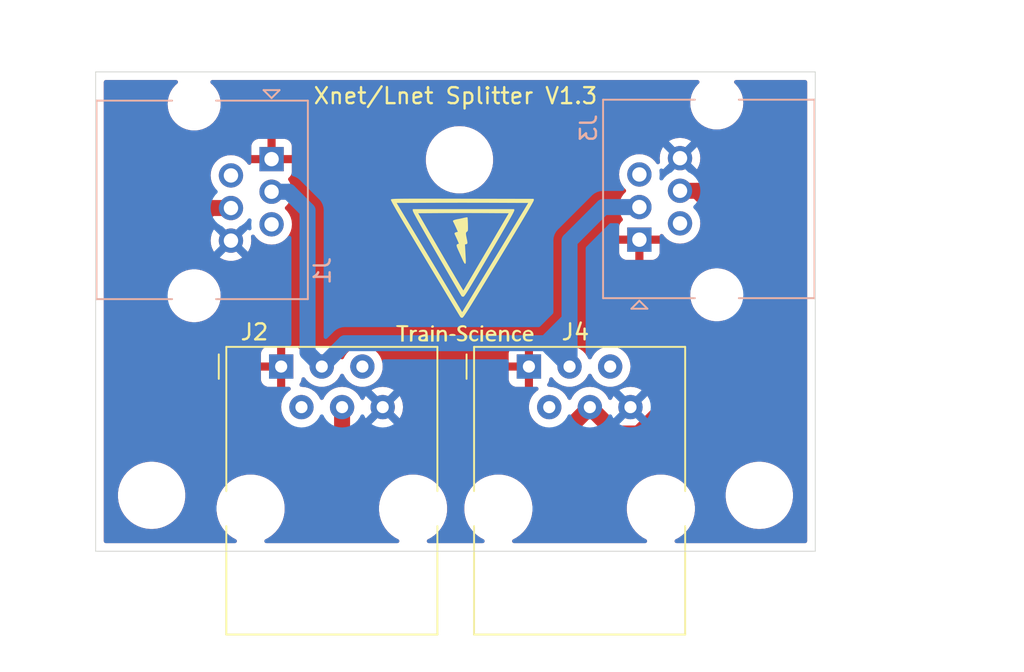
<source format=kicad_pcb>
(kicad_pcb (version 20211014) (generator pcbnew)
  (layers (0 "F.Cu" signal) (1 "In1.Cu" signal) (2 "In2.Cu" signal) (31 "B.Cu" signal) (34 "B.Paste" user) (35 "F.Paste" user) (36 "B.SilkS" user "B.Silkscreen") (37 "F.SilkS" user "F.Silkscreen") (38 "B.Mask" user) (39 "F.Mask" user) (44 "Edge.Cuts" user))
  (net 0 "")
  (net 1 "Net-(J1-Pad1)")
  (net 2 "Net-(J1-Pad3)")
  (net 3 "Net-(J1-Pad4)")
  (net 4 "Net-(J1-Pad6)")
  (net 5 "Net-(J1-Pad2)")
  (net 6 "Net-(J1-Pad5)")
  (footprint "MountingHole:MountingHole_3.2mm_M3" (layer "F.Cu") (at 85.5 99.5)
    (fp_text reference "REF**")
    (fp_text value "MountingHole_3.2mm_M3")
    (pad "" np_thru_hole circle locked (at 0 0) (size 3.2 3.2) (drill 3.2) (layers *.Cu *.Mask))
  )
  (footprint "MountingHole:MountingHole_3.2mm_M3" (layer "F.Cu") (at 104.75 78.5)
    (fp_text reference "REF**")
    (fp_text value "MountingHole_3.2mm_M3")
    (pad "" np_thru_hole circle locked (at 0 0) (size 3.2 3.2) (drill 3.2) (layers *.Cu *.Mask))
  )
  (footprint "Connector_RJ:RJ12_Amphenol_54601" (layer "F.Cu") (at 93.599 91.44)
    (fp_text reference "J2" (at -1.67 -2.16) (layer "F.SilkS"))
    (fp_text value "RJ12")
    (fp_line (start 9.77 -1.23) (end 9.77 7.79) (layer "F.SilkS") (width 0.12))
    (fp_line (start -3.9 0.77) (end -3.9 -0.76) (layer "F.SilkS") (width 0.12))
    (fp_line (start -3.43 7.72) (end -3.43 7.79) (layer "F.SilkS") (width 0.1))
    (fp_line (start 9.77 16.65) (end 9.77 16.77) (layer "F.SilkS") (width 0.1))
    (fp_line (start 9.77 16.77) (end -3.43 16.77) (layer "F.SilkS") (width 0.12))
    (fp_line (start 9.77 16.76) (end 9.77 16.77) (layer "F.SilkS") (width 0.1))
    (fp_line (start -3.43 16.77) (end -3.43 9.99) (layer "F.SilkS") (width 0.12))
    (fp_line (start -3.43 7.79) (end -3.43 -1.23) (layer "F.SilkS") (width 0.12))
    (fp_line (start -3.43 -1.23) (end 9.77 -1.23) (layer "F.SilkS") (width 0.12))
    (fp_line (start 9.77 16.77) (end 9.77 9.99) (layer "F.SilkS") (width 0.12))
    (pad "" np_thru_hole circle locked (at -1.91 8.89) (size 3.25 3.25) (drill 3.25) (layers *.Cu *.Mask))
    (pad "" np_thru_hole circle locked (at 8.25 8.89) (size 3.25 3.25) (drill 3.25) (layers *.Cu *.Mask))
    (pad "1" thru_hole rect locked (at 0 0) (size 1.52 1.52) (drill 0.76) (layers *.Cu *.Mask) (net 1 "Net-(J1-Pad1)"))
    (pad "2" thru_hole circle locked (at 1.27 2.54) (size 1.52 1.52) (drill 0.76) (layers *.Cu *.Mask) (net 5 "Net-(J1-Pad2)"))
    (pad "3" thru_hole circle locked (at 2.54 0) (size 1.52 1.52) (drill 0.76) (layers *.Cu *.Mask) (net 2 "Net-(J1-Pad3)"))
    (pad "4" thru_hole circle locked (at 3.81 2.54) (size 1.52 1.52) (drill 0.76) (layers *.Cu *.Mask) (net 3 "Net-(J1-Pad4)"))
    (pad "5" thru_hole circle locked (at 5.08 0) (size 1.52 1.52) (drill 0.76) (layers *.Cu *.Mask) (net 6 "Net-(J1-Pad5)"))
    (pad "6" thru_hole circle locked (at 6.35 2.54) (size 1.52 1.52) (drill 0.76) (layers *.Cu *.Mask) (net 4 "Net-(J1-Pad6)"))
  )
  (footprint "Connector_RJ:RJ12_Amphenol_54601" (layer "F.Cu") (at 109.093 91.44)
    (fp_text reference "J4" (at 2.907 -2.16) (layer "F.SilkS"))
    (fp_text value "RJ12")
    (fp_line (start 9.77 16.65) (end 9.77 16.77) (layer "F.SilkS") (width 0.1))
    (fp_line (start -3.9 0.77) (end -3.9 -0.76) (layer "F.SilkS") (width 0.12))
    (fp_line (start -3.43 7.72) (end -3.43 7.79) (layer "F.SilkS") (width 0.1))
    (fp_line (start 9.77 -1.23) (end 9.77 7.79) (layer "F.SilkS") (width 0.12))
    (fp_line (start 9.77 16.77) (end -3.43 16.77) (layer "F.SilkS") (width 0.12))
    (fp_line (start -3.43 16.77) (end -3.43 9.99) (layer "F.SilkS") (width 0.12))
    (fp_line (start 9.77 16.77) (end 9.77 9.99) (layer "F.SilkS") (width 0.12))
    (fp_line (start -3.43 -1.23) (end 9.77 -1.23) (layer "F.SilkS") (width 0.12))
    (fp_line (start -3.43 7.79) (end -3.43 -1.23) (layer "F.SilkS") (width 0.12))
    (fp_line (start 9.77 16.76) (end 9.77 16.77) (layer "F.SilkS") (width 0.1))
    (pad "" np_thru_hole circle locked (at -1.91 8.89) (size 3.25 3.25) (drill 3.25) (layers *.Cu *.Mask))
    (pad "" np_thru_hole circle locked (at 8.25 8.89) (size 3.25 3.25) (drill 3.25) (layers *.Cu *.Mask))
    (pad "1" thru_hole rect locked (at 0 0) (size 1.52 1.52) (drill 0.76) (layers *.Cu *.Mask) (net 1 "Net-(J1-Pad1)"))
    (pad "2" thru_hole circle locked (at 1.27 2.54) (size 1.52 1.52) (drill 0.76) (layers *.Cu *.Mask) (net 5 "Net-(J1-Pad2)"))
    (pad "3" thru_hole circle locked (at 2.54 0) (size 1.52 1.52) (drill 0.76) (layers *.Cu *.Mask) (net 2 "Net-(J1-Pad3)"))
    (pad "4" thru_hole circle locked (at 3.81 2.54) (size 1.52 1.52) (drill 0.76) (layers *.Cu *.Mask) (net 3 "Net-(J1-Pad4)"))
    (pad "5" thru_hole circle locked (at 5.08 0) (size 1.52 1.52) (drill 0.76) (layers *.Cu *.Mask) (net 6 "Net-(J1-Pad5)"))
    (pad "6" thru_hole circle locked (at 6.35 2.54) (size 1.52 1.52) (drill 0.76) (layers *.Cu *.Mask) (net 4 "Net-(J1-Pad6)"))
  )
  (footprint "MountingHole:MountingHole_3.2mm_M3" (layer "F.Cu") (at 123.5 99.5)
    (fp_text reference "REF**")
    (fp_text value "MountingHole_3.2mm_M3")
    (pad "" np_thru_hole circle locked (at 0 0) (size 3.2 3.2) (drill 3.2) (layers *.Cu *.Mask))
  )
  (footprint "custom_kicad_lib_sk:Train-Science logo small" (layer "F.Cu") (at 105 85.5)
    (fp_text reference "G***" hide)
    (fp_text value "LOGO" hide)
    (fp_poly (pts (xy 0.784156 3.654371) (xy 0.871115 3.697368) (xy 0.920801 3.756548) (xy 0.922188 3.814197) (xy 0.900905 3.852981) (xy 0.870209 3.843557) (xy 0.841851 3.819211) (xy 0.752511 3.7745) (xy 0.650954 3.773442) (xy 0.566548 3.81626) (xy 0.565671 3.817129) (xy 0.529974 3.888454) (xy 0.515171 3.998249) (xy 0.515082 4.007985) (xy 0.527932 4.119813) (xy 0.562192 4.195116) (xy 0.565671 4.198841) (xy 0.649649 4.242246) (xy 0.751171 4.241772) (xy 0.840868 4.197642) (xy 0.841851 4.196759) (xy 0.887126 4.162129) (xy 0.910558 4.174932) (xy 0.922188 4.201773) (xy 0.917633 4.267108) (xy 0.862679 4.324764) (xy 0.771275 4.364981) (xy 0.670003 4.3782) (xy 0.56494 4.364144) (xy 0.478534 4.312169) (xy 0.444446 4.280323) (xy 0.39028 4.220957) (xy 0.36277 4.166703) (xy 0.355287 4.094215) (xy 0.360798 3.985733) (xy 0.391249 3.823108) (xy 0.456936 3.713042) (xy 0.560567 3.652527) (xy 0.674274 3.637769)) (layer "F.SilkS") (width 0) (fill solid))
    (fp_poly (pts (xy -2.40532 3.645768) (xy -2.326525 3.67613) (xy -2.275297 3.738404) (xy -2.245189 3.842138) (xy -2.22975 3.996881) (xy -2.226439 4.069661) (xy -2.215488 4.366149) (xy -2.45432 4.371021) (xy -2.611055 4.367821) (xy -2.715337 4.349617) (xy -2.763052 4.326932) (xy -2.817997 4.253657) (xy -2.8318 4.157537) (xy -2.826579 4.141434) (xy -2.663371 4.141434) (xy -2.661178 4.198977) (xy -2.617211 4.235887) (xy -2.541587 4.248708) (xy -2.462907 4.236034) (xy -2.420887 4.210799) (xy -2.387663 4.147033) (xy -2.382256 4.110009) (xy -2.391113 4.070273) (xy -2.429399 4.05887) (xy -2.5002 4.066989) (xy -2.611613 4.096669) (xy -2.663371 4.141434) (xy -2.826579 4.141434) (xy -2.80241 4.066887) (xy -2.783578 4.04369) (xy -2.714915 4.000608) (xy -2.611053 3.960717) (xy -2.500848 3.933723) (xy -2.438593 3.927683) (xy -2.39073 3.905832) (xy -2.389171 3.848663) (xy -2.411779 3.801951) (xy -2.44845 3.775964) (xy -2.522247 3.768689) (xy -2.620538 3.77548) (xy -2.726931 3.782973) (xy -2.782746 3.776184) (xy -2.800575 3.753278) (xy -2.80076 3.74925) (xy -2.770723 3.693209) (xy -2.685633 3.655257) (xy -2.553023 3.638364) (xy -2.518132 3.637769)) (layer "F.SilkS") (width 0) (fill solid))
    (fp_poly (pts (xy 0.250482 -3.398018) (xy 0.258312 -3.360431) (xy 0.266207 -3.271171) (xy 0.273323 -3.142944) (xy 0.278815 -2.988455) (xy 0.279494 -2.961822) (xy 0.283147 -2.79102) (xy 0.28333 -2.672993) (xy 0.27842 -2.596159) (xy 0.266793 -2.548934) (xy 0.246824 -2.519735) (xy 0.216889 -2.496979) (xy 0.214047 -2.495112) (xy 0.177374 -2.463714) (xy 0.157846 -2.420729) (xy 0.155167 -2.353836) (xy 0.169042 -2.250716) (xy 0.199173 -2.099046) (xy 0.20399 -2.076426) (xy 0.234196 -1.927607) (xy 0.248081 -1.829473) (xy 0.244797 -1.770209) (xy 0.223496 -1.738003) (xy 0.183328 -1.721039) (xy 0.178383 -1.719762) (xy 0.093995 -1.698582) (xy 0.113104 -1.340229) (xy 0.122361 -1.168329) (xy 0.13182 -0.9955) (xy 0.140114 -0.846597) (xy 0.144094 -0.776804) (xy 0.147732 -0.616402) (xy 0.136399 -0.518612) (xy 0.110043 -0.48341) (xy 0.068612 -0.510774) (xy 0.012053 -0.600683) (xy -0.036281 -0.70019) (xy -0.094889 -0.829583) (xy -0.151819 -0.955614) (xy -0.192615 -1.046261) (xy -0.235959 -1.142058) (xy -0.293724 -1.268625) (xy -0.352412 -1.396402) (xy -0.410483 -1.535855) (xy -0.432862 -1.630868) (xy -0.419591 -1.690556) (xy -0.370712 -1.724039) (xy -0.353957 -1.729118) (xy -0.302087 -1.746117) (xy -0.289734 -1.754248) (xy -0.301976 -1.787815) (xy -0.333966 -1.863803) (xy -0.378601 -1.966115) (xy -0.428778 -2.078653) (xy -0.477393 -2.185319) (xy -0.517132 -2.269582) (xy -0.553917 -2.350924) (xy -0.561542 -2.396199) (xy -0.540994 -2.426228) (xy -0.525165 -2.438593) (xy -0.452176 -2.472508) (xy -0.412351 -2.478834) (xy -0.36338 -2.484926) (xy -0.354119 -2.492061) (xy -0.366789 -2.526986) (xy -0.400137 -2.60474) (xy -0.447168 -2.710013) (xy -0.500888 -2.827498) (xy -0.554304 -2.941887) (xy -0.600421 -3.037873) (xy -0.630486 -3.096942) (xy -0.659596 -3.160107) (xy -0.65177 -3.193594) (xy -0.620583 -3.213855) (xy -0.53333 -3.246777) (xy -0.395236 -3.27925) (xy -0.273637 -3.301207) (xy -0.190498 -3.31751) (xy -0.07335 -3.34338) (xy 0.027233 -3.367139) (xy 0.134416 -3.389945) (xy 0.215087 -3.40089)) (layer "F.SilkS") (width 0) (fill solid))
    (fp_poly (pts (xy -2.177236 -4.566716) (xy -1.724771 -4.566214) (xy -1.217326 -4.565463) (xy -0.651718 -4.564501) (xy -0.055144 -4.563421) (xy 4.394297 -4.55526) (xy 4.402412 -4.474778) (xy 4.392766 -4.444092) (xy 4.360546 -4.377472) (xy 4.304831 -4.273357) (xy 4.224701 -4.130187) (xy 4.119236 -3.9464) (xy 3.987517 -3.720436) (xy 3.828623 -3.450735) (xy 3.641634 -3.135735) (xy 3.425631 -2.773875) (xy 3.179692 -2.363596) (xy 2.902899 -1.903335) (xy 2.594331 -1.391532) (xy 2.253068 -0.826627) (xy 2.210681 -0.756527) (xy 1.892208 -0.230049) (xy 1.605234 0.243951) (xy 1.348069 0.66817) (xy 1.119028 1.045302) (xy 0.916421 1.378044) (xy 0.738561 1.669091) (xy 0.583761 1.921141) (xy 0.450332 2.136888) (xy 0.336586 2.319029) (xy 0.240836 2.470259) (xy 0.161394 2.593274) (xy 0.096573 2.690771) (xy 0.044683 2.765444) (xy 0.004038 2.819991) (xy -0.02705 2.857107) (xy -0.05027 2.879488) (xy -0.067308 2.88983) (xy -0.073048 2.891234) (xy -0.156237 2.877194) (xy -0.204854 2.826849) (xy -0.227047 2.790521) (xy -0.280348 2.702298) (xy -0.362758 2.565508) (xy -0.47228 2.383476) (xy -0.606914 2.159531) (xy -0.764662 1.897) (xy -0.943527 1.599208) (xy -1.141509 1.269484) (xy -1.356611 0.911155) (xy -1.586834 0.527547) (xy -1.830181 0.121988) (xy -2.084652 -0.302196) (xy -2.348249 -0.741676) (xy -2.411808 -0.847656) (xy -2.72913 -1.377004) (xy -3.014693 -1.853894) (xy -3.270035 -2.280976) (xy -3.496692 -2.660897) (xy -3.696204 -2.996307) (xy -3.870107 -3.289854) (xy -4.01994 -3.544188) (xy -4.147239 -3.761957) (xy -4.253544 -3.94581) (xy -4.340391 -4.098397) (xy -4.409319 -4.222366) (xy -4.449721 -4.297718) (xy -4.178624 -4.297718) (xy -0.08088 2.532058) (xy 0.192957 2.079549) (xy 0.247331 1.989669) (xy 0.332405 1.84901) (xy 0.445566 1.661887) (xy 0.584205 1.43262) (xy 0.74571 1.165527) (xy 0.92747 0.864926) (xy 1.126875 0.535135) (xy 1.341313 0.180472) (xy 1.568173 -0.194744) (xy 1.804844 -0.586196) (xy 2.048716 -0.989564) (xy 2.257763 -1.33534) (xy 4.048733 -4.297718) (xy 1.992174 -4.306003) (xy 1.548356 -4.307468) (xy 1.05587 -4.308526) (xy 0.530432 -4.309176) (xy -0.012241 -4.309419) (xy -0.556433 -4.309254) (xy -1.086428 -4.308682) (xy -1.58651 -4.307702) (xy -2.040962 -4.306315) (xy -2.121505 -4.306003) (xy -4.178624 -4.297718) (xy -4.449721 -4.297718) (xy -4.461864 -4.320365) (xy -4.499566 -4.395045) (xy -4.523961 -4.449053) (xy -4.536588 -4.485039) (xy -4.538984 -4.505651) (xy -4.537712 -4.509683) (xy -4.531875 -4.518362) (xy -4.522005 -4.526181) (xy -4.504918 -4.533179) (xy -4.47743 -4.539392) (xy -4.436357 -4.54486) (xy -4.378514 -4.549621) (xy -4.300717 -4.553712) (xy -4.199782 -4.557172) (xy -4.072525 -4.560039) (xy -3.915762 -4.562352) (xy -3.726308 -4.564148) (xy -3.50098 -4.565466) (xy -3.236592 -4.566343) (xy -2.929962 -4.566818) (xy -2.577905 -4.56693)) (layer "F.SilkS") (width 0) (fill solid))
    (fp_poly (pts (xy 1.223321 4.3782) (xy 1.062357 4.3782) (xy 1.062357 3.637769) (xy 1.223321 3.637769)) (layer "F.SilkS") (width 0) (fill solid))
    (fp_poly (pts (xy -3.20706 3.649174) (xy -3.187072 3.671095) (xy -3.167366 3.687977) (xy -3.124803 3.671095) (xy -3.032476 3.639196) (xy -2.952967 3.641074) (xy -2.904379 3.674259) (xy -2.897338 3.702155) (xy -2.912873 3.749633) (xy -2.970283 3.766013) (xy -2.992091 3.76654) (xy -3.08017 3.784752) (xy -3.139695 3.843818) (xy -3.1741 3.950385) (xy -3.18682 4.1111) (xy -3.187072 4.143919) (xy -3.188151 4.264488) (xy -3.194538 4.33444) (xy -3.210963 4.367539) (xy -3.242154 4.377549) (xy -3.267554 4.3782) (xy -3.348035 4.3782) (xy -3.348035 3.637769) (xy -3.267554 3.637769)) (layer "F.SilkS") (width 0) (fill solid))
    (fp_poly (pts (xy -1.867174 4.3782) (xy -2.028137 4.3782) (xy -2.028137 3.637769) (xy -1.867174 3.637769)) (layer "F.SilkS") (width 0) (fill solid))
    (fp_poly (pts (xy 3.179239 -3.830925) (xy 3.169077 -3.796052) (xy 3.134748 -3.721875) (xy 3.075339 -3.60678) (xy 2.989941 -3.449155) (xy 2.877641 -3.24739) (xy 2.737526 -2.999872) (xy 2.568687 -2.704989) (xy 2.370211 -2.361128) (xy 2.141187 -1.966679) (xy 1.880703 -1.52003) (xy 1.631778 -1.09455) (xy 1.368647 -0.645596) (xy 1.135907 -0.249143) (xy 0.93161 0.097982) (xy 0.753807 0.398953) (xy 0.60055 0.656942) (xy 0.469891 0.875124) (xy 0.359881 1.05667) (xy 0.268572 1.204755) (xy 0.194014 1.322552) (xy 0.134261 1.413233) (xy 0.087362 1.479973) (xy 0.051371 1.525943) (xy 0.024337 1.554318) (xy 0.004314 1.568271) (xy -0.004969 1.571019) (xy -0.078828 1.563333) (xy -0.118283 1.538827) (xy -0.138767 1.505458) (xy -0.189191 1.420294) (xy -0.267262 1.287274) (xy -0.370688 1.110339) (xy -0.497173 0.893428) (xy -0.644426 0.640482) (xy -0.810153 0.355441) (xy -0.99206 0.042244) (xy -1.187855 -0.295169) (xy -1.395243 -0.652857) (xy -1.611932 -1.02688) (xy -1.660439 -1.110646) (xy -1.943382 -1.600038) (xy -2.194371 -2.035755) (xy -2.414343 -2.419476) (xy -2.604234 -2.752877) (xy -2.764981 -3.037634) (xy -2.89752 -3.275425) (xy -3.002787 -3.467927) (xy -3.081719 -3.616816) (xy -3.100264 -3.653866) (xy -2.831057 -3.653866) (xy -1.427803 -1.229825) (xy -1.217976 -0.867944) (xy -1.017222 -0.522838) (xy -0.827885 -0.198474) (xy -0.652308 0.101185) (xy -0.492836 0.372174) (xy -0.351814 0.61053) (xy -0.231586 0.812287) (xy -0.134496 0.973481) (xy -0.062889 1.090149) (xy -0.019109 1.158326) (xy -0.005551 1.175218) (xy 0.013203 1.145197) (xy 0.062076 1.063637) (xy 0.138687 0.934577) (xy 0.240658 0.762061) (xy 0.365609 0.55013) (xy 0.511161 0.302826) (xy 0.674935 0.02419) (xy 0.854552 -0.281735) (xy 1.047632 -0.610908) (xy 1.251797 -0.959287) (xy 1.421346 -1.248823) (xy 2.829247 -3.653866) (xy 1.414623 -3.662249) (xy 1.04211 -3.663984) (xy 0.624153 -3.665121) (xy 0.179691 -3.665659) (xy -0.272337 -3.665598) (xy -0.712992 -3.664938) (xy -1.123334 -3.663678) (xy -1.415529 -3.662249) (xy -2.831057 -3.653866) (xy -3.100264 -3.653866) (xy -3.135253 -3.723769) (xy -3.164325 -3.790463) (xy -3.17064 -3.814829) (xy -3.170976 -3.911407) (xy 3.170976 -3.911407)) (layer "F.SilkS") (width 0) (fill solid))
    (fp_poly (pts (xy -1.179743 3.652213) (xy -1.106639 3.700519) (xy -1.060135 3.79015) (xy -1.036075 3.928568) (xy -1.030165 4.092808) (xy -1.03083 4.228722) (xy -1.035174 4.312734) (xy -1.046716 4.357328) (xy -1.068976 4.374987) (xy -1.105476 4.378194) (xy -1.110646 4.3782) (xy -1.150723 4.375415) (xy -1.174641 4.358257) (xy -1.186568 4.313522) (xy -1.190674 4.228007) (xy -1.191128 4.123292) (xy -1.193501 3.995739) (xy -1.199781 3.889366) (xy -1.208712 3.82384) (xy -1.210669 3.817462) (xy -1.256725 3.775444) (xy -1.33462 3.771399) (xy -1.424149 3.805399) (xy -1.441506 3.816654) (xy -1.477783 3.84892) (xy -1.499291 3.893461) (xy -1.50977 3.966262) (xy -1.512958 4.083304) (xy -1.513054 4.122485) (xy -1.513927 4.249664) (xy -1.519311 4.325642) (xy -1.533355 4.363601) (xy -1.560209 4.376724) (xy -1.593536 4.3782) (xy -1.674018 4.3782) (xy -1.674018 4.007985) (xy -1.67363 3.849262) (xy -1.670933 3.743962) (xy -1.663621 3.681124) (xy -1.649392 3.649787) (xy -1.625943 3.638988) (xy -1.596219 3.637769) (xy -1.53075 3.652507) (xy -1.503665 3.67801) (xy -1.482168 3.702107) (xy -1.446255 3.67801) (xy -1.387205 3.651219) (xy -1.298048 3.63805) (xy -1.283604 3.637769)) (layer "F.SilkS") (width 0) (fill solid))
    (fp_poly (pts (xy 3.456146 3.654371) (xy 3.543105 3.697368) (xy 3.592791 3.756548) (xy 3.594178 3.814197) (xy 3.572895 3.852981) (xy 3.542199 3.843557) (xy 3.513841 3.819211) (xy 3.424501 3.7745) (xy 3.322943 3.773442) (xy 3.238538 3.81626) (xy 3.237661 3.817129) (xy 3.201357 3.890078) (xy 3.187495 3.994878) (xy 3.196074 4.103032) (xy 3.227095 4.186043) (xy 3.237661 4.198841) (xy 3.321639 4.242246) (xy 3.423161 4.241772) (xy 3.512857 4.197642) (xy 3.513841 4.196759) (xy 3.559116 4.162129) (xy 3.582547 4.174932) (xy 3.594178 4.201773) (xy 3.589623 4.267108) (xy 3.534669 4.324764) (xy 3.443265 4.364981) (xy 3.341993 4.3782) (xy 3.23693 4.364144) (xy 3.150524 4.312169) (xy 3.116435 4.280323) (xy 3.06227 4.220957) (xy 3.03476 4.166703) (xy 3.027277 4.094215) (xy 3.032787 3.985733) (xy 3.063239 3.823108) (xy 3.128926 3.713042) (xy 3.232557 3.652527) (xy 3.346264 3.637769)) (layer "F.SilkS") (width 0) (fill solid))
    (fp_poly (pts (xy 0.08045 3.363771) (xy 0.163476 3.40824) (xy 0.193154 3.477335) (xy 0.193156 3.477939) (xy 0.170182 3.528914) (xy 0.121334 3.539789) (xy 0.080482 3.508999) (xy 0.032611 3.483439) (xy -0.047363 3.477888) (xy -0.130866 3.490818) (xy -0.189325 3.520703) (xy -0.191874 3.52355) (xy -0.21804 3.596183) (xy -0.180966 3.673245) (xy -0.081544 3.753443) (xy -0.004028 3.796699) (xy 0.136108 3.882305) (xy 0.216714 3.971193) (xy 0.24249 4.071135) (xy 0.223825 4.173564) (xy 0.164082 4.275535) (xy 0.095495 4.330471) (xy -0.018443 4.366535) (xy -0.150995 4.376193) (xy -0.274362 4.359597) (xy -0.346956 4.328086) (xy -0.40363 4.272052) (xy -0.419312 4.22251) (xy -0.394108 4.195068) (xy -0.346071 4.199064) (xy -0.197064 4.233359) (xy -0.075009 4.242002) (xy 0.005829 4.224264) (xy 0.015788 4.217493) (xy 0.061853 4.14537) (xy 0.055341 4.062595) (xy 0.002818 3.983964) (xy -0.089151 3.924271) (xy -0.119083 3.913566) (xy -0.188092 3.877866) (xy -0.269912 3.816568) (xy -0.288095 3.800264) (xy -0.365715 3.694707) (xy -0.385703 3.587357) (xy -0.353625 3.488715) (xy -0.27505 3.409279) (xy -0.155545 3.359551) (xy -0.048289 3.348036)) (layer "F.SilkS") (width 0) (fill solid))
    (fp_poly (pts (xy 4.191957 3.665419) (xy 4.293411 3.737669) (xy 4.360573 3.838471) (xy 4.3782 3.925027) (xy 4.3782 4.024081) (xy 4.120659 4.024081) (xy 3.992123 4.025517) (xy 3.915069 4.031892) (xy 3.876617 4.046313) (xy 3.86389 4.071882) (xy 3.863118 4.086167) (xy 3.886785 4.17496) (xy 3.959423 4.227168) (xy 4.083491 4.244072) (xy 4.15906 4.240295) (xy 4.267524 4.233706) (xy 4.325375 4.2403) (xy 4.345405 4.262067) (xy 4.346008 4.269376) (xy 4.317527 4.321331) (xy 4.243324 4.357024) (xy 4.140255 4.375338) (xy 4.025174 4.375154) (xy 3.91494 4.355354) (xy 3.826407 4.31482) (xy 3.813457 4.304705) (xy 3.748327 4.223779) (xy 3.71501 4.110586) (xy 3.710957 4.07989) (xy 3.714938 3.908) (xy 3.730244 3.869557) (xy 3.863118 3.869557) (xy 3.892233 3.883662) (xy 3.967337 3.893017) (xy 4.040178 3.895311) (xy 4.137154 3.891076) (xy 4.201466 3.880152) (xy 4.217237 3.869557) (xy 4.188421 3.814477) (xy 4.114915 3.776712) (xy 4.040178 3.76654) (xy 3.945509 3.783306) (xy 3.880602 3.826073) (xy 3.863118 3.869557) (xy 3.730244 3.869557) (xy 3.767799 3.775233) (xy 3.866587 3.685192) (xy 4.008349 3.641482) (xy 4.073248 3.637769)) (layer "F.SilkS") (width 0) (fill solid))
    (fp_poly (pts (xy 1.211443 3.365565) (xy 1.235424 3.397528) (xy 1.241537 3.467248) (xy 1.192998 3.5033) (xy 1.1387 3.508999) (xy 1.079454 3.497959) (xy 1.066286 3.453786) (xy 1.068167 3.436565) (xy 1.099438 3.378361) (xy 1.155683 3.352714)) (layer "F.SilkS") (width 0) (fill solid))
    (fp_poly (pts (xy 2.715567 3.652213) (xy 2.788671 3.700519) (xy 2.835175 3.79015) (xy 2.859236 3.928568) (xy 2.865146 4.092808) (xy 2.86448 4.228722) (xy 2.860137 4.312734) (xy 2.848595 4.357328) (xy 2.826334 4.374987) (xy 2.789834 4.378194) (xy 2.784664 4.3782) (xy 2.744587 4.375415) (xy 2.72067 4.358257) (xy 2.708742 4.313522) (xy 2.704637 4.228007) (xy 2.704183 4.123292) (xy 2.70181 3.995739) (xy 2.69553 3.889366) (xy 2.686599 3.82384) (xy 2.684642 3.817462) (xy 2.638586 3.775444) (xy 2.56069 3.771399) (xy 2.471162 3.805399) (xy 2.453804 3.816654) (xy 2.417528 3.84892) (xy 2.396019 3.893461) (xy 2.385541 3.966262) (xy 2.382352 4.083304) (xy 2.382256 4.122485) (xy 2.381383 4.249664) (xy 2.375999 4.325642) (xy 2.361955 4.363601) (xy 2.335101 4.376724) (xy 2.301774 4.3782) (xy 2.221293 4.3782) (xy 2.221293 4.007985) (xy 2.22168 3.849262) (xy 2.224378 3.743962) (xy 2.231689 3.681124) (xy 2.245918 3.649787) (xy 2.269368 3.638988) (xy 2.299092 3.637769) (xy 2.364561 3.652507) (xy 2.391646 3.67801) (xy 2.413142 3.702107) (xy 2.449056 3.67801) (xy 2.508105 3.651219) (xy 2.597263 3.63805) (xy 2.611707 3.637769)) (layer "F.SilkS") (width 0) (fill solid))
    (fp_poly (pts (xy 1.874086 3.665419) (xy 1.97554 3.737669) (xy 2.042702 3.838471) (xy 2.06033 3.925027) (xy 2.06033 4.024081) (xy 1.802788 4.024081) (xy 1.674253 4.025517) (xy 1.597198 4.031892) (xy 1.558746 4.046313) (xy 1.54602 4.071882) (xy 1.545247 4.086167) (xy 1.568914 4.17496) (xy 1.641552 4.227168) (xy 1.76562 4.244072) (xy 1.841189 4.240295) (xy 1.949653 4.233706) (xy 2.007504 4.2403) (xy 2.027535 4.262067) (xy 2.028137 4.269376) (xy 1.999657 4.321331) (xy 1.925454 4.357024) (xy 1.822384 4.375338) (xy 1.707304 4.375154) (xy 1.597069 4.355354) (xy 1.508536 4.31482) (xy 1.495586 4.304705) (xy 1.430456 4.223779) (xy 1.397139 4.110586) (xy 1.393087 4.07989) (xy 1.397067 3.908) (xy 1.412373 3.869557) (xy 1.545247 3.869557) (xy 1.574363 3.883662) (xy 1.649466 3.893017) (xy 1.722307 3.895311) (xy 1.819283 3.891076) (xy 1.883595 3.880152) (xy 1.899366 3.869557) (xy 1.87055 3.814477) (xy 1.797044 3.776712) (xy 1.722307 3.76654) (xy 1.627639 3.783306) (xy 1.562731 3.826073) (xy 1.545247 3.869557) (xy 1.412373 3.869557) (xy 1.449928 3.775233) (xy 1.548716 3.685192) (xy 1.690478 3.641482) (xy 1.755377 3.637769)) (layer "F.SilkS") (width 0) (fill solid))
    (fp_poly (pts (xy -1.879051 3.365565) (xy -1.85507 3.397528) (xy -1.848957 3.467248) (xy -1.897497 3.5033) (xy -1.951794 3.508999) (xy -2.01104 3.497959) (xy -2.024208 3.453786) (xy -2.022328 3.436565) (xy -1.991057 3.378361) (xy -1.934811 3.352714)) (layer "F.SilkS") (width 0) (fill solid))
    (fp_poly (pts (xy -3.669632 3.34866) (xy -3.559722 3.351709) (xy -3.492918 3.358945) (xy -3.458582 3.372129) (xy -3.446076 3.393024) (xy -3.444613 3.412421) (xy -3.454092 3.452657) (xy -3.493451 3.471683) (xy -3.579073 3.476782) (xy -3.58948 3.476806) (xy -3.734347 3.476806) (xy -3.734347 4.3782) (xy -3.89531 4.3782) (xy -3.89531 3.480334) (xy -4.047936 3.470522) (xy -4.148526 3.457408) (xy -4.198923 3.431105) (xy -4.21126 3.404373) (xy -4.210399 3.380588) (xy -4.190335 3.364589) (xy -4.140901 3.354863) (xy -4.051928 3.349892) (xy -3.91325 3.348161) (xy -3.833286 3.348036)) (layer "F.SilkS") (width 0) (fill solid))
    (fp_poly (pts (xy -0.612737 3.9006) (xy -0.533283 3.922266) (xy -0.490713 3.961014) (xy -0.488845 3.967744) (xy -0.490951 3.998166) (xy -0.520453 4.01526) (xy -0.590351 4.022672) (xy -0.689781 4.024081) (xy -0.808268 4.020841) (xy -0.874379 4.009353) (xy -0.899883 3.986965) (xy -0.901394 3.976406) (xy -0.873403 3.933919) (xy -0.802697 3.906845) (xy -0.709175 3.895599)) (layer "F.SilkS") (width 0) (fill solid))
  )
  (footprint "Connector_RJ:RJ25_Wayconn_MJEA-660X1_Horizontal" (layer "B.Cu") (at 93 78.46 90)
    (fp_text reference "J1" (at -6.985 3.175 90) (layer "B.SilkS") (effects (justify mirror)))
    (fp_text value "RJ12")
    (fp_line (start 4.32 0.5) (end 3.82 0) (layer "B.SilkS") (width 0.12))
    (fp_line (start -8.76 2.27) (end -8.76 -3.47) (layer "B.SilkS") (width 0.12))
    (fp_line (start 3.66 -6.22) (end 3.66 -10.95) (layer "B.SilkS") (width 0.12))
    (fp_line (start -8.76 -10.95) (end 3.66 -10.95) (layer "B.SilkS") (width 0.12))
    (fp_line (start 3.82 0) (end 4.32 -0.5) (layer "B.SilkS") (width 0.12))
    (fp_line (start -8.76 -6.22) (end -8.76 -10.95) (layer "B.SilkS") (width 0.12))
    (fp_line (start 4.32 0.5) (end 4.32 -0.5) (layer "B.SilkS") (width 0.12))
    (fp_line (start 3.66 2.27) (end 3.66 -3.47) (layer "B.SilkS") (width 0.12))
    (fp_line (start -8.76 2.27) (end 3.66 2.27) (layer "B.SilkS") (width 0.12))
    (pad "" np_thru_hole circle locked (at -8.55 -4.84 90) (size 2.3 2.3) (drill 2.3) (layers *.Cu *.Mask))
    (pad "" np_thru_hole circle locked (at 3.45 -4.84 90) (size 2.3 2.3) (drill 2.3) (layers *.Cu *.Mask))
    (pad "1" thru_hole rect locked (at 0 0 90) (size 1.52 1.52) (drill 0.9) (layers *.Cu *.Mask) (net 1 "Net-(J1-Pad1)"))
    (pad "2" thru_hole circle locked (at -1.02 -2.54 90) (size 1.52 1.52) (drill 0.9) (layers *.Cu *.Mask) (net 5 "Net-(J1-Pad2)"))
    (pad "3" thru_hole circle locked (at -2.04 0 90) (size 1.52 1.52) (drill 0.9) (layers *.Cu *.Mask) (net 2 "Net-(J1-Pad3)"))
    (pad "4" thru_hole circle locked (at -3.06 -2.54 90) (size 1.52 1.52) (drill 0.9) (layers *.Cu *.Mask) (net 3 "Net-(J1-Pad4)"))
    (pad "5" thru_hole circle locked (at -4.08 0 90) (size 1.52 1.52) (drill 0.9) (layers *.Cu *.Mask) (net 6 "Net-(J1-Pad5)"))
    (pad "6" thru_hole circle locked (at -5.1 -2.54 90) (size 1.52 1.52) (drill 0.9) (layers *.Cu *.Mask) (net 4 "Net-(J1-Pad6)"))
  )
  (footprint "Connector_RJ:RJ25_Wayconn_MJEA-660X1_Horizontal" (layer "B.Cu") (at 116 83.5 -90)
    (fp_text reference "J3" (at -6.985 3.175 90) (layer "B.SilkS") (effects (justify mirror)))
    (fp_text value "RJ12")
    (fp_line (start -8.76 -10.95) (end 3.66 -10.95) (layer "B.SilkS") (width 0.12))
    (fp_line (start -8.76 2.27) (end 3.66 2.27) (layer "B.SilkS") (width 0.12))
    (fp_line (start 3.66 -6.22) (end 3.66 -10.95) (layer "B.SilkS") (width 0.12))
    (fp_line (start 4.32 0.5) (end 4.32 -0.5) (layer "B.SilkS") (width 0.12))
    (fp_line (start -8.76 2.27) (end -8.76 -3.47) (layer "B.SilkS") (width 0.12))
    (fp_line (start 3.66 2.27) (end 3.66 -3.47) (layer "B.SilkS") (width 0.12))
    (fp_line (start 3.82 0) (end 4.32 -0.5) (layer "B.SilkS") (width 0.12))
    (fp_line (start 4.32 0.5) (end 3.82 0) (layer "B.SilkS") (width 0.12))
    (fp_line (start -8.76 -6.22) (end -8.76 -10.95) (layer "B.SilkS") (width 0.12))
    (pad "" np_thru_hole circle locked (at 3.45 -4.84 270) (size 2.3 2.3) (drill 2.3) (layers *.Cu *.Mask))
    (pad "" np_thru_hole circle locked (at -8.55 -4.84 270) (size 2.3 2.3) (drill 2.3) (layers *.Cu *.Mask))
    (pad "1" thru_hole rect locked (at 0 0 270) (size 1.52 1.52) (drill 0.9) (layers *.Cu *.Mask) (net 1 "Net-(J1-Pad1)"))
    (pad "2" thru_hole circle locked (at -1.02 -2.54 270) (size 1.52 1.52) (drill 0.9) (layers *.Cu *.Mask) (net 5 "Net-(J1-Pad2)"))
    (pad "3" thru_hole circle locked (at -2.04 0 270) (size 1.52 1.52) (drill 0.9) (layers *.Cu *.Mask) (net 2 "Net-(J1-Pad3)"))
    (pad "4" thru_hole circle locked (at -3.06 -2.54 270) (size 1.52 1.52) (drill 0.9) (layers *.Cu *.Mask) (net 3 "Net-(J1-Pad4)"))
    (pad "5" thru_hole circle locked (at -4.08 0 270) (size 1.52 1.52) (drill 0.9) (layers *.Cu *.Mask) (net 6 "Net-(J1-Pad5)"))
    (pad "6" thru_hole circle locked (at -5.1 -2.54 270) (size 1.52 1.52) (drill 0.9) (layers *.Cu *.Mask) (net 4 "Net-(J1-Pad6)"))
  )
  (gr_line (start 127 73) (end 82 73) (layer "Edge.Cuts") (width 0.05))
  (gr_line (start 82 103) (end 82 73) (layer "Edge.Cuts") (width 0.05))
  (gr_line (start 127 73) (end 127 103) (layer "Edge.Cuts") (width 0.05))
  (gr_line (start 127 103) (end 82 103) (layer "Edge.Cuts") (width 0.05))
  (gr_text "Xnet/Lnet Splitter V1.3" (at 104.5 74.5) (layer "F.SilkS") (effects (font (size 1 1))))
  (segment (start 95.25 90.551) (end 95.25 81.675198) (width 1) (layer "B.Cu") (net 2))
  (segment (start 96.139 91.44) (end 97.599001 89.979999) (width 1) (layer "B.Cu") (net 2))
  (segment (start 111.633 83.566) (end 113.739 81.46) (width 1) (layer "B.Cu") (net 2))
  (segment (start 110.172999 89.979001) (end 111.633 88.519) (width 1) (layer "B.Cu") (net 2))
  (segment (start 111.633 88.519) (end 111.633 83.566) (width 1) (layer "B.Cu") (net 2))
  (segment (start 110.172999 89.979999) (end 110.49 90.297) (width 1) (layer "B.Cu") (net 2))
  (segment (start 96.139 91.44) (end 95.25 90.551) (width 1) (layer "B.Cu") (net 2))
  (segment (start 110.49 90.297) (end 111.633 91.44) (width 1) (layer "B.Cu") (net 2))
  (segment (start 95.25 81.675198) (end 94.074802 80.5) (width 1) (layer "B.Cu") (net 2))
  (segment (start 97.599001 89.979999) (end 110.172999 89.979999) (width 1) (layer "B.Cu") (net 2))
  (segment (start 111.633 89.916) (end 110.871 89.916) (width 1) (layer "B.Cu") (net 2))
  (segment (start 111.633 91.44) (end 111.633 89.916) (width 1) (layer "B.Cu") (net 2))
  (segment (start 110.172999 89.979999) (end 110.172999 89.979001) (width 1) (layer "B.Cu") (net 2))
  (segment (start 94.074802 80.5) (end 93 80.5) (width 1) (layer "B.Cu") (net 2))
  (segment (start 110.871 89.916) (end 110.49 90.297) (width 1) (layer "B.Cu") (net 2))
  (segment (start 113.739 81.46) (end 116 81.46) (width 1) (layer "B.Cu") (net 2))
  (segment (start 111.633 89.916) (end 111.633 88.519) (width 1) (layer "B.Cu") (net 2))
  (segment (start 119.614802 80.44) (end 118.54 80.44) (width 1) (layer "F.Cu") (net 3))
  (segment (start 112.903 93.98) (end 114.554 95.631) (width 1) (layer "F.Cu") (net 3))
  (segment (start 96.52 96.266) (end 97.409 95.377) (width 1) (layer "F.Cu") (net 3))
  (segment (start 112.903 93.98) (end 110.617 96.266) (width 1) (layer "F.Cu") (net 3))
  (segment (start 97.409 93.98) (end 97.409 95.377) (width 1) (layer "F.Cu") (net 3))
  (segment (start 110.617 96.266) (end 109.474 96.266) (width 1) (layer "F.Cu") (net 3))
  (segment (start 123.19 88.393802) (end 123.19 84.015198) (width 1) (layer "F.Cu") (net 3))
  (segment (start 115.952802 95.631) (end 123.19 88.393802) (width 1) (layer "F.Cu") (net 3))
  (segment (start 90.46 81.52) (end 89.168 81.52) (width 1) (layer "F.Cu") (net 3))
  (segment (start 92.71 96.266) (end 96.52 96.266) (width 1) (layer "F.Cu") (net 3))
  (segment (start 85.598 89.154) (end 92.71 96.266) (width 1) (layer "F.Cu") (net 3))
  (segment (start 96.52 96.266) (end 98.044 96.266) (width 1) (layer "F.Cu") (net 3))
  (segment (start 123.19 84.015198) (end 119.614802 80.44) (width 1) (layer "F.Cu") (net 3))
  (segment (start 98.044 96.266) (end 98.171 96.139) (width 1) (layer "F.Cu") (net 3))
  (segment (start 98.171 96.139) (end 97.409 95.377) (width 1) (layer "F.Cu") (net 3))
  (segment (start 114.554 95.631) (end 115.952802 95.631) (width 1) (layer "F.Cu") (net 3))
  (segment (start 89.168 81.52) (end 85.598 85.09) (width 1) (layer "F.Cu") (net 3))
  (segment (start 85.598 85.09) (end 85.598 89.154) (width 1) (layer "F.Cu") (net 3))
  (segment (start 109.474 96.266) (end 98.171 96.266) (width 1) (layer "F.Cu") (net 3))
  (zone (net 1) (net_name "Net-(J1-Pad1)") (layer "F.Cu") (connect_pads (clearance 0.508)) (min_thickness 0.254) (fill yes (thermal_gap 0.508) (thermal_bridge_width 0.508))
    (polygon (pts (xy 126.873 102.87) (xy 82.169 102.87) (xy 82.169 73.152) (xy 126.873 73.152)))
  )
  (zone (net 4) (net_name "Net-(J1-Pad6)") (layer "B.Cu") (connect_pads (clearance 0.508)) (min_thickness 0.254) (fill yes (thermal_gap 0.508) (thermal_bridge_width 0.508))
    (polygon (pts (xy 126.873 102.87) (xy 82.169 102.87) (xy 82.169 73.152) (xy 126.873 73.152)))
  )
)
</source>
